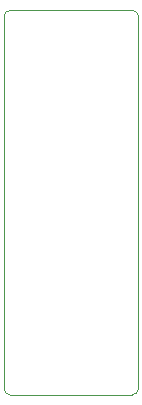
<source format=gm1>
%TF.GenerationSoftware,KiCad,Pcbnew,(6.0.7-1)-1*%
%TF.CreationDate,2022-09-18T21:52:20-07:00*%
%TF.ProjectId,tusb320-breakout-board,74757362-3332-4302-9d62-7265616b6f75,rev?*%
%TF.SameCoordinates,Original*%
%TF.FileFunction,Profile,NP*%
%FSLAX46Y46*%
G04 Gerber Fmt 4.6, Leading zero omitted, Abs format (unit mm)*
G04 Created by KiCad (PCBNEW (6.0.7-1)-1) date 2022-09-18 21:52:20*
%MOMM*%
%LPD*%
G01*
G04 APERTURE LIST*
%TA.AperFunction,Profile*%
%ADD10C,0.100000*%
%TD*%
G04 APERTURE END LIST*
D10*
X117348000Y-71600000D02*
X127712000Y-71600000D01*
X127712000Y-104140000D02*
G75*
G03*
X128220000Y-103632000I0J508000D01*
G01*
X128220000Y-103632000D02*
X128220000Y-72108000D01*
X117348000Y-71600000D02*
G75*
G03*
X116840000Y-72108000I0J-508000D01*
G01*
X116840000Y-103632000D02*
X116840000Y-72108000D01*
X127712000Y-104140000D02*
X117348000Y-104140000D01*
X128220000Y-72108000D02*
G75*
G03*
X127712000Y-71600000I-508000J0D01*
G01*
X116840000Y-103632000D02*
G75*
G03*
X117348000Y-104140000I508000J0D01*
G01*
M02*

</source>
